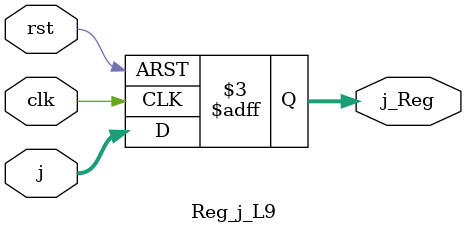
<source format=v>
module Reg_j_L9(j_Reg,clk,rst,j);
output reg [1:0] j_Reg;
input clk,rst;
input [1:0] j;

always @ (posedge clk or negedge rst)
	begin
		if (!rst ) 
			j_Reg<=0; 
		else  
			j_Reg<=j; 
	end
endmodule

</source>
